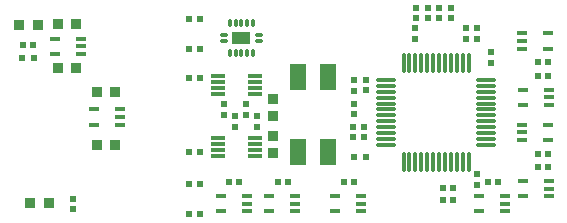
<source format=gbp>
%FSLAX44Y44*%
%MOMM*%
G71*
G01*
G75*
G04 Layer_Color=128*
%ADD10R,0.7620X0.7620*%
%ADD11R,0.5000X0.2000*%
%ADD12R,0.7620X0.7620*%
%ADD13R,0.3000X0.3000*%
%ADD14R,1.3000X0.4500*%
%ADD15R,2.7940X0.7366*%
%ADD16R,0.6200X0.5700*%
%ADD17C,0.1500*%
%ADD18C,0.2540*%
%ADD19C,0.1524*%
%ADD20C,0.2000*%
%ADD21O,2.0000X1.4500*%
%ADD22O,1.8000X1.1500*%
%ADD23C,0.8000*%
%ADD24C,1.8000*%
%ADD25R,1.8000X1.8000*%
%ADD26C,1.8000*%
%ADD27R,1.8000X1.8000*%
%ADD28C,0.6100*%
%ADD29C,0.6000*%
%ADD30R,0.6000X0.5500*%
%ADD31R,0.9500X0.9500*%
%ADD32R,0.5500X0.6000*%
%ADD33R,0.9500X0.9500*%
%ADD34R,0.8500X0.3500*%
%ADD35R,1.5000X1.0000*%
%ADD36O,0.8000X0.3000*%
%ADD37O,0.3000X0.8000*%
%ADD38R,1.2500X0.3000*%
%ADD39O,0.3500X1.7500*%
%ADD40O,1.7500X0.3500*%
%ADD41R,0.9700X0.9600*%
%ADD42R,0.5700X0.6200*%
%ADD43R,1.4000X2.2000*%
%ADD44C,0.2032*%
%ADD45C,3.3000*%
%ADD46C,0.4000*%
%ADD47C,0.2286*%
%ADD48C,0.1778*%
%ADD49R,0.9652X0.9652*%
%ADD50R,0.7032X0.4032*%
%ADD51R,0.9652X0.9652*%
%ADD52R,0.5032X0.5032*%
%ADD53R,1.5032X0.6532*%
%ADD54R,2.8956X0.8382*%
%ADD55R,0.8232X0.7732*%
%ADD56C,0.2032*%
%ADD57O,2.2032X1.6532*%
%ADD58O,2.0032X1.3532*%
%ADD59C,1.0032*%
%ADD60C,2.0032*%
%ADD61R,2.0032X2.0032*%
%ADD62C,2.0032*%
%ADD63R,2.0032X2.0032*%
%ADD64C,0.0100*%
%ADD65R,0.8032X0.7532*%
%ADD66R,1.1532X1.1532*%
%ADD67R,0.7532X0.8032*%
%ADD68R,1.1532X1.1532*%
%ADD69R,1.0532X0.5532*%
%ADD70R,1.7032X1.2032*%
%ADD71O,1.0032X0.5032*%
%ADD72O,0.5032X1.0032*%
%ADD73R,1.4532X0.5032*%
%ADD74O,0.5532X1.9532*%
%ADD75O,1.9532X0.5532*%
%ADD76R,1.1732X1.1632*%
%ADD77R,0.7732X0.8232*%
%ADD78R,1.6032X2.4032*%
%ADD79C,3.5032*%
D16*
X1675250Y1261050D02*
D03*
Y1251450D02*
D03*
X1684750Y1261050D02*
D03*
Y1251450D02*
D03*
X1632250D02*
D03*
Y1261050D02*
D03*
X1664480Y1115500D02*
D03*
Y1125100D02*
D03*
X1655730Y1115500D02*
D03*
Y1125100D02*
D03*
X1498250Y1177200D02*
D03*
Y1186800D02*
D03*
X1479417Y1177200D02*
D03*
Y1186800D02*
D03*
X1470000Y1196550D02*
D03*
Y1186950D02*
D03*
X1488833Y1196550D02*
D03*
Y1186950D02*
D03*
X1580250Y1207450D02*
D03*
Y1217050D02*
D03*
X1696500Y1231200D02*
D03*
Y1240800D02*
D03*
X1684750Y1127950D02*
D03*
Y1137550D02*
D03*
D30*
X1662250Y1269250D02*
D03*
Y1277750D02*
D03*
X1590500Y1216750D02*
D03*
Y1208250D02*
D03*
X1579250Y1177250D02*
D03*
Y1168750D02*
D03*
X1580000Y1188250D02*
D03*
Y1196750D02*
D03*
X1588500Y1177250D02*
D03*
Y1168750D02*
D03*
X1632750Y1269250D02*
D03*
Y1277750D02*
D03*
X1342500Y1107500D02*
D03*
Y1116000D02*
D03*
D31*
X1363080Y1162090D02*
D03*
X1377580D02*
D03*
X1363080Y1206500D02*
D03*
X1377580D02*
D03*
X1344500Y1227000D02*
D03*
X1330000D02*
D03*
Y1264500D02*
D03*
X1344500D02*
D03*
D32*
X1736330Y1154580D02*
D03*
X1744830D02*
D03*
X1702240Y1130300D02*
D03*
X1693740D02*
D03*
X1524440D02*
D03*
X1515940D02*
D03*
X1580320D02*
D03*
X1571820D02*
D03*
X1482530D02*
D03*
X1474030D02*
D03*
X1299750Y1246750D02*
D03*
X1308250D02*
D03*
X1736330Y1143430D02*
D03*
X1744830D02*
D03*
X1744330Y1220630D02*
D03*
X1735830D02*
D03*
Y1231780D02*
D03*
X1744330D02*
D03*
D33*
X1511750Y1201000D02*
D03*
Y1186500D02*
D03*
Y1155250D02*
D03*
Y1169750D02*
D03*
D34*
X1360500Y1192000D02*
D03*
Y1179000D02*
D03*
X1382500D02*
D03*
Y1185500D02*
D03*
Y1192000D02*
D03*
X1686150Y1118730D02*
D03*
Y1105730D02*
D03*
X1708150D02*
D03*
Y1112230D02*
D03*
Y1118730D02*
D03*
X1467710Y1118870D02*
D03*
Y1105870D02*
D03*
X1489710D02*
D03*
Y1112370D02*
D03*
Y1118870D02*
D03*
X1564230Y1118730D02*
D03*
Y1105730D02*
D03*
X1586230D02*
D03*
Y1112230D02*
D03*
Y1118730D02*
D03*
X1327250Y1252000D02*
D03*
Y1239000D02*
D03*
X1349250D02*
D03*
Y1245500D02*
D03*
Y1252000D02*
D03*
X1723080Y1208713D02*
D03*
Y1195713D02*
D03*
X1745080D02*
D03*
Y1202213D02*
D03*
Y1208713D02*
D03*
X1723080Y1131430D02*
D03*
Y1118430D02*
D03*
X1745080D02*
D03*
Y1124930D02*
D03*
Y1131430D02*
D03*
X1744580Y1243530D02*
D03*
Y1256530D02*
D03*
X1722580D02*
D03*
Y1250030D02*
D03*
Y1243530D02*
D03*
X1744580Y1166247D02*
D03*
Y1179247D02*
D03*
X1722580D02*
D03*
Y1172747D02*
D03*
Y1166247D02*
D03*
X1508350Y1118870D02*
D03*
Y1105870D02*
D03*
X1530350D02*
D03*
Y1112370D02*
D03*
Y1118870D02*
D03*
D35*
X1485000Y1252500D02*
D03*
D36*
X1500000Y1250000D02*
D03*
Y1255000D02*
D03*
X1470000D02*
D03*
Y1250000D02*
D03*
D37*
X1495000Y1265000D02*
D03*
X1490000D02*
D03*
X1485000D02*
D03*
X1480000D02*
D03*
X1475000D02*
D03*
Y1240000D02*
D03*
X1480000D02*
D03*
X1485000D02*
D03*
X1490000D02*
D03*
X1495000D02*
D03*
D38*
X1465210Y1152750D02*
D03*
Y1157750D02*
D03*
Y1162750D02*
D03*
Y1167750D02*
D03*
X1496790Y1152750D02*
D03*
Y1157750D02*
D03*
Y1162750D02*
D03*
Y1167750D02*
D03*
X1465210Y1205250D02*
D03*
Y1210250D02*
D03*
Y1215250D02*
D03*
Y1220250D02*
D03*
X1496790Y1205250D02*
D03*
Y1210250D02*
D03*
Y1215250D02*
D03*
Y1220250D02*
D03*
D39*
X1652250Y1231750D02*
D03*
X1657250D02*
D03*
X1622250D02*
D03*
X1627250D02*
D03*
X1632250D02*
D03*
X1637250D02*
D03*
X1642250D02*
D03*
X1647250D02*
D03*
X1662250D02*
D03*
X1667250D02*
D03*
X1672250D02*
D03*
X1677250D02*
D03*
Y1147250D02*
D03*
X1672250D02*
D03*
X1667250D02*
D03*
X1662250D02*
D03*
X1657250D02*
D03*
X1652250D02*
D03*
X1647250D02*
D03*
X1642250D02*
D03*
X1637250D02*
D03*
X1632250D02*
D03*
X1627250D02*
D03*
X1622250D02*
D03*
D40*
X1692000Y1217000D02*
D03*
Y1212000D02*
D03*
Y1207000D02*
D03*
Y1202000D02*
D03*
Y1197000D02*
D03*
Y1192000D02*
D03*
Y1187000D02*
D03*
Y1182000D02*
D03*
Y1177000D02*
D03*
Y1172000D02*
D03*
Y1167000D02*
D03*
Y1162000D02*
D03*
X1607500D02*
D03*
Y1167000D02*
D03*
Y1172000D02*
D03*
Y1177000D02*
D03*
Y1182000D02*
D03*
Y1187000D02*
D03*
Y1192000D02*
D03*
Y1197000D02*
D03*
Y1202000D02*
D03*
Y1207000D02*
D03*
Y1212000D02*
D03*
Y1217000D02*
D03*
D41*
X1313150Y1263500D02*
D03*
X1296850D02*
D03*
X1305850Y1112750D02*
D03*
X1322150D02*
D03*
D42*
X1440200Y1268250D02*
D03*
X1449800D02*
D03*
X1440200Y1128750D02*
D03*
X1449800D02*
D03*
X1580700Y1151750D02*
D03*
X1590300D02*
D03*
X1309090Y1235710D02*
D03*
X1299490D02*
D03*
X1440200Y1218500D02*
D03*
X1449800D02*
D03*
X1440200Y1243500D02*
D03*
X1449800D02*
D03*
X1440200Y1155750D02*
D03*
X1449800D02*
D03*
X1440200Y1103500D02*
D03*
X1449800D02*
D03*
X1642950Y1277500D02*
D03*
X1652550D02*
D03*
Y1269250D02*
D03*
X1642950D02*
D03*
D43*
X1533250Y1219250D02*
D03*
Y1156250D02*
D03*
X1558250Y1219250D02*
D03*
Y1156250D02*
D03*
M02*

</source>
